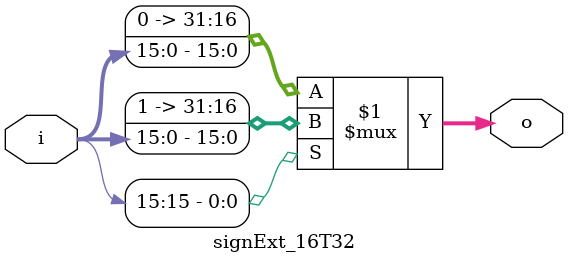
<source format=v>
`timescale 1ns / 1ps
module signExt_16T32(	input [15:0] i,
								output [31:0] o
							);
	assign o = i[15] ? {16'hFFFF,i[15:0]} : {16'h0000,i[15:0]};
endmodule

</source>
